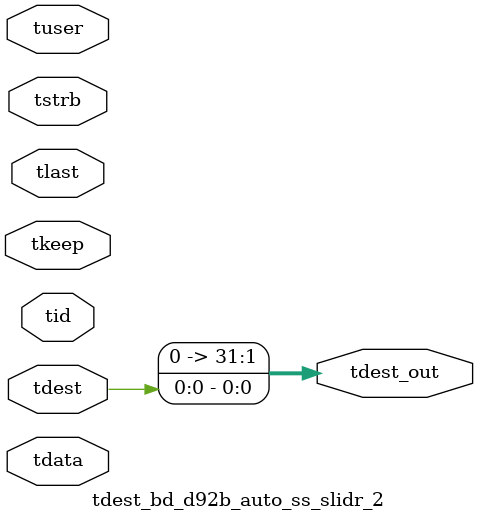
<source format=v>


`timescale 1ps/1ps

module tdest_bd_d92b_auto_ss_slidr_2 #
(
parameter C_S_AXIS_TDATA_WIDTH = 32,
parameter C_S_AXIS_TUSER_WIDTH = 0,
parameter C_S_AXIS_TID_WIDTH   = 0,
parameter C_S_AXIS_TDEST_WIDTH = 0,
parameter C_M_AXIS_TDEST_WIDTH = 32
)
(
input  [(C_S_AXIS_TDATA_WIDTH == 0 ? 1 : C_S_AXIS_TDATA_WIDTH)-1:0     ] tdata,
input  [(C_S_AXIS_TUSER_WIDTH == 0 ? 1 : C_S_AXIS_TUSER_WIDTH)-1:0     ] tuser,
input  [(C_S_AXIS_TID_WIDTH   == 0 ? 1 : C_S_AXIS_TID_WIDTH)-1:0       ] tid,
input  [(C_S_AXIS_TDEST_WIDTH == 0 ? 1 : C_S_AXIS_TDEST_WIDTH)-1:0     ] tdest,
input  [(C_S_AXIS_TDATA_WIDTH/8)-1:0 ] tkeep,
input  [(C_S_AXIS_TDATA_WIDTH/8)-1:0 ] tstrb,
input                                                                    tlast,
output [C_M_AXIS_TDEST_WIDTH-1:0] tdest_out
);

assign tdest_out = {tdest[0:0]};

endmodule


</source>
